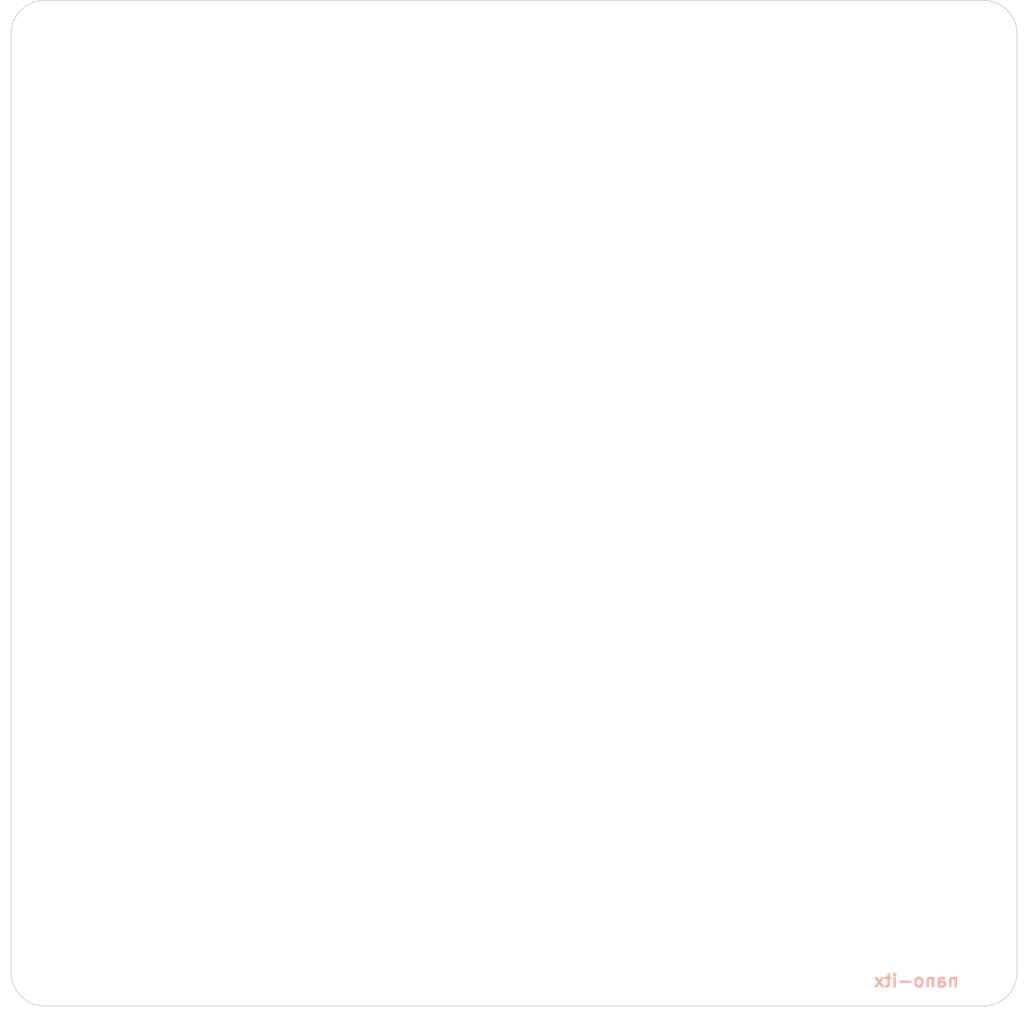
<source format=kicad_pcb>
(kicad_pcb (version 20171130) (host pcbnew 5.1.5-52549c5~84~ubuntu18.04.1)

  (general
    (thickness 1.6)
    (drawings 9)
    (tracks 0)
    (zones 0)
    (modules 4)
    (nets 1)
  )

  (page A4)
  (layers
    (0 F.Cu signal)
    (31 B.Cu signal)
    (32 B.Adhes user)
    (33 F.Adhes user)
    (34 B.Paste user)
    (35 F.Paste user)
    (36 B.SilkS user)
    (37 F.SilkS user)
    (38 B.Mask user)
    (39 F.Mask user)
    (40 Dwgs.User user)
    (41 Cmts.User user)
    (42 Eco1.User user)
    (43 Eco2.User user)
    (44 Edge.Cuts user)
    (45 Margin user)
    (46 B.CrtYd user)
    (47 F.CrtYd user)
    (48 B.Fab user)
    (49 F.Fab user)
  )

  (setup
    (last_trace_width 0.25)
    (trace_clearance 0.2)
    (zone_clearance 0.508)
    (zone_45_only no)
    (trace_min 0.2)
    (via_size 0.8)
    (via_drill 0.4)
    (via_min_size 0.4)
    (via_min_drill 0.3)
    (uvia_size 0.3)
    (uvia_drill 0.1)
    (uvias_allowed no)
    (uvia_min_size 0.2)
    (uvia_min_drill 0.1)
    (edge_width 0.05)
    (segment_width 0.2)
    (pcb_text_width 0.3)
    (pcb_text_size 1.5 1.5)
    (mod_edge_width 0.12)
    (mod_text_size 1 1)
    (mod_text_width 0.15)
    (pad_size 1.524 1.524)
    (pad_drill 0.762)
    (pad_to_mask_clearance 0.051)
    (solder_mask_min_width 0.25)
    (aux_axis_origin 0 0)
    (visible_elements FFFFFF7F)
    (pcbplotparams
      (layerselection 0x010fc_ffffffff)
      (usegerberextensions false)
      (usegerberattributes false)
      (usegerberadvancedattributes false)
      (creategerberjobfile false)
      (excludeedgelayer true)
      (linewidth 1.000000)
      (plotframeref false)
      (viasonmask false)
      (mode 1)
      (useauxorigin false)
      (hpglpennumber 1)
      (hpglpenspeed 20)
      (hpglpendiameter 15.000000)
      (psnegative false)
      (psa4output false)
      (plotreference true)
      (plotvalue true)
      (plotinvisibletext false)
      (padsonsilk false)
      (subtractmaskfromsilk false)
      (outputformat 1)
      (mirror false)
      (drillshape 1)
      (scaleselection 1)
      (outputdirectory ""))
  )

  (net 0 "")

  (net_class Default "This is the default net class."
    (clearance 0.2)
    (trace_width 0.25)
    (via_dia 0.8)
    (via_drill 0.4)
    (uvia_dia 0.3)
    (uvia_drill 0.1)
  )

  (module footprint-lib:MountingHole_3.1mm_M3,rpi_like locked (layer F.Cu) (tedit 5E58DC9B) (tstamp 5E6412DF)
    (at 2.75 117)
    (descr "Mounting Hole 2.7mm, no annular, M2.5")
    (tags "mounting hole 2.7mm no annular m2.5")
    (attr virtual)
    (fp_text reference M3 (at 0 -3.7) (layer F.SilkS) hide
      (effects (font (size 1 1) (thickness 0.15)))
    )
    (fp_text value MOUNT_M3 (at 0 3.7) (layer F.Fab)
      (effects (font (size 1 1) (thickness 0.15)))
    )
    (fp_circle (center 0 0) (end 1.905 0) (layer B.Mask) (width 1.2))
    (fp_circle (center 0 0) (end 1.905 0) (layer F.Mask) (width 1.2))
    (fp_circle (center 0 0) (end 2.95 0) (layer F.CrtYd) (width 0.05))
    (fp_circle (center 0 0) (end 2.7 0) (layer Cmts.User) (width 0.15))
    (pad "" np_thru_hole circle (at 0 0) (size 3.1 3.1) (drill 3.1) (layers *.Cu *.Mask)
      (solder_mask_margin 1.5) (clearance 1.5))
  )

  (module footprint-lib:MountingHole_3.1mm_M3,rpi_like locked (layer F.Cu) (tedit 5E58DC9B) (tstamp 5E6412D7)
    (at 116.76 117)
    (descr "Mounting Hole 2.7mm, no annular, M2.5")
    (tags "mounting hole 2.7mm no annular m2.5")
    (attr virtual)
    (fp_text reference M3 (at 0 -3.7) (layer F.SilkS) hide
      (effects (font (size 1 1) (thickness 0.15)))
    )
    (fp_text value MOUNT_M3 (at 0 3.7) (layer F.Fab)
      (effects (font (size 1 1) (thickness 0.15)))
    )
    (fp_circle (center 0 0) (end 2.7 0) (layer Cmts.User) (width 0.15))
    (fp_circle (center 0 0) (end 2.95 0) (layer F.CrtYd) (width 0.05))
    (fp_circle (center 0 0) (end 1.905 0) (layer F.Mask) (width 1.2))
    (fp_circle (center 0 0) (end 1.905 0) (layer B.Mask) (width 1.2))
    (pad "" np_thru_hole circle (at 0 0) (size 3.1 3.1) (drill 3.1) (layers *.Cu *.Mask)
      (solder_mask_margin 1.5) (clearance 1.5))
  )

  (module footprint-lib:MountingHole_3.1mm_M3,rpi_like locked (layer F.Cu) (tedit 5E58DC9B) (tstamp 5E6412C5)
    (at 113.65 33.02)
    (descr "Mounting Hole 2.7mm, no annular, M2.5")
    (tags "mounting hole 2.7mm no annular m2.5")
    (attr virtual)
    (fp_text reference M3 (at 0 -3.7) (layer F.SilkS) hide
      (effects (font (size 1 1) (thickness 0.15)))
    )
    (fp_text value MOUNT_M3 (at 0 3.7) (layer F.Fab)
      (effects (font (size 1 1) (thickness 0.15)))
    )
    (fp_circle (center 0 0) (end 1.905 0) (layer B.Mask) (width 1.2))
    (fp_circle (center 0 0) (end 1.905 0) (layer F.Mask) (width 1.2))
    (fp_circle (center 0 0) (end 2.95 0) (layer F.CrtYd) (width 0.05))
    (fp_circle (center 0 0) (end 2.7 0) (layer Cmts.User) (width 0.15))
    (pad "" np_thru_hole circle (at 0 0) (size 3.1 3.1) (drill 3.1) (layers *.Cu *.Mask)
      (solder_mask_margin 1.5) (clearance 1.5))
  )

  (module footprint-lib:MountingHole_3.1mm_M3,rpi_like (layer F.Cu) (tedit 5E58DC9B) (tstamp 5E6412BC)
    (at 3.26 3.24)
    (descr "Mounting Hole 2.7mm, no annular, M2.5")
    (tags "mounting hole 2.7mm no annular m2.5")
    (attr virtual)
    (fp_text reference M3 (at 0 -3.7) (layer F.SilkS) hide
      (effects (font (size 1 1) (thickness 0.15)))
    )
    (fp_text value MOUNT_M3 (at 0 3.7) (layer F.Fab)
      (effects (font (size 1 1) (thickness 0.15)))
    )
    (fp_circle (center 0 0) (end 2.7 0) (layer Cmts.User) (width 0.15))
    (fp_circle (center 0 0) (end 2.95 0) (layer F.CrtYd) (width 0.05))
    (fp_circle (center 0 0) (end 1.905 0) (layer F.Mask) (width 1.2))
    (fp_circle (center 0 0) (end 1.905 0) (layer B.Mask) (width 1.2))
    (pad "" np_thru_hole circle (at 0 0) (size 3.1 3.1) (drill 3.1) (layers *.Cu *.Mask)
      (solder_mask_margin 1.5) (clearance 1.5))
  )

  (gr_text nano-itx (at 108 117) (layer B.SilkS)
    (effects (font (size 1.5 1.5) (thickness 0.3)) (justify mirror))
  )
  (gr_arc (start 116 116) (end 116.000002 119.999998) (angle -90) (layer Edge.Cuts) (width 0.1) (tstamp 5E63A3C3))
  (gr_arc (start 3.999998 116.000002) (end 0 116.000004) (angle -90) (layer Edge.Cuts) (width 0.1) (tstamp 5E63A3C3))
  (gr_arc (start 116.000002 4.000001) (end 120 4) (angle -90) (layer Edge.Cuts) (width 0.1) (tstamp 5E63A3C3))
  (gr_arc (start 4 4) (end 4 0) (angle -90) (layer Edge.Cuts) (width 0.1))
  (gr_line (start 116.000001 0.000003) (end 4 0) (layer Edge.Cuts) (width 0.1) (tstamp 5E63A380))
  (gr_line (start 119.999998 115.999998) (end 120 4) (layer Edge.Cuts) (width 0.1))
  (gr_line (start 4 120) (end 116.000002 119.999998) (layer Edge.Cuts) (width 0.1))
  (gr_line (start 0 4) (end 0 116.000004) (layer Edge.Cuts) (width 0.1))

)

</source>
